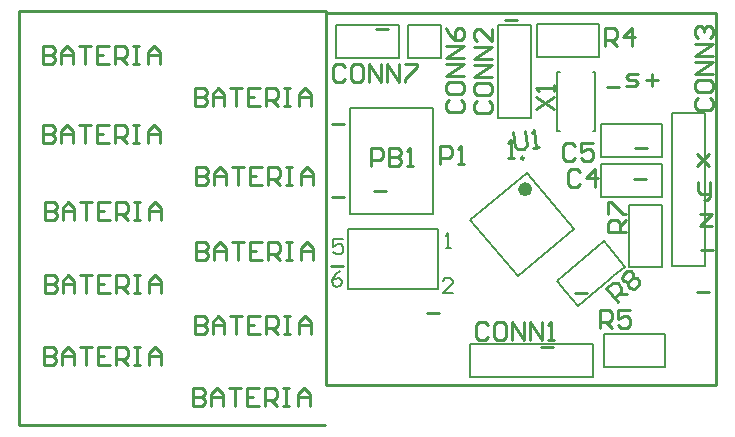
<source format=gto>
G04 Layer_Color=65535*
%FSLAX24Y24*%
%MOIN*%
G70*
G01*
G75*
%ADD16C,0.0100*%
%ADD29C,0.0098*%
%ADD30C,0.0236*%
%ADD31C,0.0079*%
%ADD32C,0.0080*%
D16*
X-8266Y-1340D02*
X-24D01*
X-10234Y-1347D02*
X-24D01*
X12992Y0D02*
Y12402D01*
X10041Y0D02*
X12955D01*
X2Y12402D02*
X12984D01*
X-10234Y-1340D02*
Y12440D01*
X0D01*
Y0D02*
X10041D01*
X0D02*
Y12417D01*
X12450Y5700D02*
X12850D01*
X12450Y5300D01*
X12850D01*
X12400Y6750D02*
Y6450D01*
X12500Y6350D01*
X12800D01*
Y6250D01*
X12700Y6150D01*
X12600D01*
X12800Y6350D02*
Y6750D01*
X12350Y7700D02*
X12750Y7300D01*
X12550Y7500D01*
X12750Y7700D01*
X12350Y7300D01*
X6050Y7550D02*
X6250D01*
X6150D01*
Y8150D01*
X6050Y8050D01*
X200Y6250D02*
X600D01*
X12500Y4500D02*
X12900D01*
X12350Y3100D02*
X12750D01*
X7150Y1250D02*
X7550D01*
X9350Y9930D02*
X9750D01*
X10650Y10150D02*
X11050D01*
X10850Y10350D02*
Y9950D01*
X10000Y9950D02*
X10300D01*
X10400Y10050D01*
X10300Y10150D01*
X10100D01*
X10000Y10250D01*
X10100Y10350D01*
X10400D01*
X10650Y6850D02*
X10250D01*
X10700Y7900D02*
X10300D01*
X6350Y12150D02*
X5950D01*
X2050Y11850D02*
X1650D01*
X600Y8700D02*
X200D01*
X2000Y6450D02*
X1600D01*
X550Y3950D02*
X150D01*
X3750Y2400D02*
X3350D01*
X8700Y3050D02*
X8300D01*
X5034Y9450D02*
X4934Y9350D01*
Y9150D01*
X5034Y9050D01*
X5434D01*
X5534Y9150D01*
Y9350D01*
X5434Y9450D01*
X4934Y9950D02*
Y9750D01*
X5034Y9650D01*
X5434D01*
X5534Y9750D01*
Y9950D01*
X5434Y10050D01*
X5034D01*
X4934Y9950D01*
X5534Y10250D02*
X4934D01*
X5534Y10649D01*
X4934D01*
X5534Y10849D02*
X4934D01*
X5534Y11249D01*
X4934D01*
X5534Y11849D02*
Y11449D01*
X5134Y11849D01*
X5034D01*
X4934Y11749D01*
Y11549D01*
X5034Y11449D01*
X634Y10600D02*
X534Y10700D01*
X334D01*
X234Y10600D01*
Y10200D01*
X334Y10100D01*
X534D01*
X634Y10200D01*
X1134Y10700D02*
X934D01*
X834Y10600D01*
Y10200D01*
X934Y10100D01*
X1134D01*
X1234Y10200D01*
Y10600D01*
X1134Y10700D01*
X1434Y10100D02*
Y10700D01*
X1834Y10100D01*
Y10700D01*
X2034Y10100D02*
Y10700D01*
X2434Y10100D01*
Y10700D01*
X2633D02*
X3033D01*
Y10600D01*
X2633Y10200D01*
Y10100D01*
X4084Y9500D02*
X3984Y9400D01*
Y9200D01*
X4084Y9100D01*
X4484D01*
X4584Y9200D01*
Y9400D01*
X4484Y9500D01*
X3984Y10000D02*
Y9800D01*
X4084Y9700D01*
X4484D01*
X4584Y9800D01*
Y10000D01*
X4484Y10100D01*
X4084D01*
X3984Y10000D01*
X4584Y10300D02*
X3984D01*
X4584Y10699D01*
X3984D01*
X4584Y10899D02*
X3984D01*
X4584Y11299D01*
X3984D01*
Y11899D02*
X4084Y11699D01*
X4284Y11499D01*
X4484D01*
X4584Y11599D01*
Y11799D01*
X4484Y11899D01*
X4384D01*
X4284Y11799D01*
Y11499D01*
X9134Y1900D02*
Y2500D01*
X9434D01*
X9534Y2400D01*
Y2200D01*
X9434Y2100D01*
X9134D01*
X9334D02*
X9534Y1900D01*
X10134Y2500D02*
X9734D01*
Y2200D01*
X9934Y2300D01*
X10034D01*
X10134Y2200D01*
Y2000D01*
X10034Y1900D01*
X9834D01*
X9734Y2000D01*
X7000Y9200D02*
X7600Y9600D01*
X7000D02*
X7600Y9200D01*
Y9800D02*
Y10000D01*
Y9900D01*
X7000D01*
X7100Y9800D01*
X1484Y7300D02*
Y7900D01*
X1784D01*
X1884Y7800D01*
Y7600D01*
X1784Y7500D01*
X1484D01*
X2084Y7900D02*
Y7300D01*
X2384D01*
X2484Y7400D01*
Y7500D01*
X2384Y7600D01*
X2084D01*
X2384D01*
X2484Y7700D01*
Y7800D01*
X2384Y7900D01*
X2084D01*
X2684Y7300D02*
X2884D01*
X2784D01*
Y7900D01*
X2684Y7800D01*
X3784Y7350D02*
Y7950D01*
X4084D01*
X4184Y7850D01*
Y7650D01*
X4084Y7550D01*
X3784D01*
X4384Y7350D02*
X4584D01*
X4484D01*
Y7950D01*
X4384Y7850D01*
X8284Y7950D02*
X8184Y8050D01*
X7984D01*
X7884Y7950D01*
Y7550D01*
X7984Y7450D01*
X8184D01*
X8284Y7550D01*
X8884Y8050D02*
X8484D01*
Y7750D01*
X8684Y7850D01*
X8784D01*
X8884Y7750D01*
Y7550D01*
X8784Y7450D01*
X8584D01*
X8484Y7550D01*
X8450Y7100D02*
X8350Y7200D01*
X8150D01*
X8050Y7100D01*
Y6700D01*
X8150Y6600D01*
X8350D01*
X8450Y6700D01*
X8950Y6600D02*
Y7200D01*
X8650Y6900D01*
X9050D01*
X5400Y2000D02*
X5300Y2100D01*
X5100D01*
X5000Y2000D01*
Y1600D01*
X5100Y1500D01*
X5300D01*
X5400Y1600D01*
X5900Y2100D02*
X5700D01*
X5600Y2000D01*
Y1600D01*
X5700Y1500D01*
X5900D01*
X6000Y1600D01*
Y2000D01*
X5900Y2100D01*
X6200Y1500D02*
Y2100D01*
X6599Y1500D01*
Y2100D01*
X6799Y1500D02*
Y2100D01*
X7199Y1500D01*
Y2100D01*
X7399Y1500D02*
X7599D01*
X7499D01*
Y2100D01*
X7399Y2000D01*
X6248Y8436D02*
X6291Y7938D01*
X6400Y7847D01*
X6599Y7865D01*
X6690Y7973D01*
X6646Y8471D01*
X6898Y7891D02*
X7097Y7908D01*
X6997Y7900D01*
X6945Y8497D01*
X6854Y8389D01*
X9300Y11300D02*
Y11900D01*
X9600D01*
X9700Y11800D01*
Y11600D01*
X9600Y11500D01*
X9300D01*
X9500D02*
X9700Y11300D01*
X10200D02*
Y11900D01*
X9900Y11600D01*
X10300D01*
X12400Y9550D02*
X12300Y9450D01*
Y9250D01*
X12400Y9150D01*
X12800D01*
X12900Y9250D01*
Y9450D01*
X12800Y9550D01*
X12300Y10050D02*
Y9850D01*
X12400Y9750D01*
X12800D01*
X12900Y9850D01*
Y10050D01*
X12800Y10150D01*
X12400D01*
X12300Y10050D01*
X12900Y10350D02*
X12300D01*
X12900Y10749D01*
X12300D01*
X12900Y10949D02*
X12300D01*
X12900Y11349D01*
X12300D01*
X12400Y11549D02*
X12300Y11649D01*
Y11849D01*
X12400Y11949D01*
X12500D01*
X12600Y11849D01*
Y11749D01*
Y11849D01*
X12700Y11949D01*
X12800D01*
X12900Y11849D01*
Y11649D01*
X12800Y11549D01*
X9984Y5100D02*
X9384D01*
Y5400D01*
X9484Y5500D01*
X9684D01*
X9784Y5400D01*
Y5100D01*
Y5300D02*
X9984Y5500D01*
X9384Y5700D02*
Y6100D01*
X9484D01*
X9884Y5700D01*
X9984D01*
X9734Y2750D02*
X9349Y3209D01*
X9578Y3402D01*
X9719Y3390D01*
X9848Y3237D01*
X9835Y3096D01*
X9606Y2903D01*
X9759Y3032D02*
X10041Y3007D01*
X9872Y3518D02*
X9885Y3659D01*
X10038Y3788D01*
X10179Y3775D01*
X10243Y3699D01*
X10231Y3558D01*
X10372Y3546D01*
X10436Y3469D01*
X10423Y3328D01*
X10270Y3200D01*
X10129Y3212D01*
X10065Y3289D01*
X10078Y3430D01*
X9937Y3442D01*
X9872Y3518D01*
X10078Y3430D02*
X10231Y3558D01*
X-9434Y11300D02*
Y10700D01*
X-9134D01*
X-9034Y10800D01*
Y10900D01*
X-9134Y11000D01*
X-9434D01*
X-9134D01*
X-9034Y11100D01*
Y11200D01*
X-9134Y11300D01*
X-9434D01*
X-8834Y10700D02*
Y11100D01*
X-8635Y11300D01*
X-8435Y11100D01*
Y10700D01*
Y11000D01*
X-8834D01*
X-8235Y11300D02*
X-7835D01*
X-8035D01*
Y10700D01*
X-7235Y11300D02*
X-7635D01*
Y10700D01*
X-7235D01*
X-7635Y11000D02*
X-7435D01*
X-7035Y10700D02*
Y11300D01*
X-6735D01*
X-6635Y11200D01*
Y11000D01*
X-6735Y10900D01*
X-7035D01*
X-6835D02*
X-6635Y10700D01*
X-6435Y11300D02*
X-6235D01*
X-6335D01*
Y10700D01*
X-6435D01*
X-6235D01*
X-5935D02*
Y11100D01*
X-5735Y11300D01*
X-5536Y11100D01*
Y10700D01*
Y11000D01*
X-5935D01*
X-9434Y8650D02*
Y8050D01*
X-9134D01*
X-9034Y8150D01*
Y8250D01*
X-9134Y8350D01*
X-9434D01*
X-9134D01*
X-9034Y8450D01*
Y8550D01*
X-9134Y8650D01*
X-9434D01*
X-8834Y8050D02*
Y8450D01*
X-8635Y8650D01*
X-8435Y8450D01*
Y8050D01*
Y8350D01*
X-8834D01*
X-8235Y8650D02*
X-7835D01*
X-8035D01*
Y8050D01*
X-7235Y8650D02*
X-7635D01*
Y8050D01*
X-7235D01*
X-7635Y8350D02*
X-7435D01*
X-7035Y8050D02*
Y8650D01*
X-6735D01*
X-6635Y8550D01*
Y8350D01*
X-6735Y8250D01*
X-7035D01*
X-6835D02*
X-6635Y8050D01*
X-6435Y8650D02*
X-6235D01*
X-6335D01*
Y8050D01*
X-6435D01*
X-6235D01*
X-5935D02*
Y8450D01*
X-5735Y8650D01*
X-5536Y8450D01*
Y8050D01*
Y8350D01*
X-5935D01*
X-9384Y6100D02*
Y5500D01*
X-9084D01*
X-8984Y5600D01*
Y5700D01*
X-9084Y5800D01*
X-9384D01*
X-9084D01*
X-8984Y5900D01*
Y6000D01*
X-9084Y6100D01*
X-9384D01*
X-8784Y5500D02*
Y5900D01*
X-8585Y6100D01*
X-8385Y5900D01*
Y5500D01*
Y5800D01*
X-8784D01*
X-8185Y6100D02*
X-7785D01*
X-7985D01*
Y5500D01*
X-7185Y6100D02*
X-7585D01*
Y5500D01*
X-7185D01*
X-7585Y5800D02*
X-7385D01*
X-6985Y5500D02*
Y6100D01*
X-6685D01*
X-6585Y6000D01*
Y5800D01*
X-6685Y5700D01*
X-6985D01*
X-6785D02*
X-6585Y5500D01*
X-6385Y6100D02*
X-6185D01*
X-6285D01*
Y5500D01*
X-6385D01*
X-6185D01*
X-5885D02*
Y5900D01*
X-5685Y6100D01*
X-5486Y5900D01*
Y5500D01*
Y5800D01*
X-5885D01*
X-9384Y3650D02*
Y3050D01*
X-9084D01*
X-8984Y3150D01*
Y3250D01*
X-9084Y3350D01*
X-9384D01*
X-9084D01*
X-8984Y3450D01*
Y3550D01*
X-9084Y3650D01*
X-9384D01*
X-8784Y3050D02*
Y3450D01*
X-8585Y3650D01*
X-8385Y3450D01*
Y3050D01*
Y3350D01*
X-8784D01*
X-8185Y3650D02*
X-7785D01*
X-7985D01*
Y3050D01*
X-7185Y3650D02*
X-7585D01*
Y3050D01*
X-7185D01*
X-7585Y3350D02*
X-7385D01*
X-6985Y3050D02*
Y3650D01*
X-6685D01*
X-6585Y3550D01*
Y3350D01*
X-6685Y3250D01*
X-6985D01*
X-6785D02*
X-6585Y3050D01*
X-6385Y3650D02*
X-6185D01*
X-6285D01*
Y3050D01*
X-6385D01*
X-6185D01*
X-5885D02*
Y3450D01*
X-5685Y3650D01*
X-5486Y3450D01*
Y3050D01*
Y3350D01*
X-5885D01*
X-9416Y1250D02*
Y650D01*
X-9116D01*
X-9016Y750D01*
Y850D01*
X-9116Y950D01*
X-9416D01*
X-9116D01*
X-9016Y1050D01*
Y1150D01*
X-9116Y1250D01*
X-9416D01*
X-8816Y650D02*
Y1050D01*
X-8616Y1250D01*
X-8416Y1050D01*
Y650D01*
Y950D01*
X-8816D01*
X-8216Y1250D02*
X-7816D01*
X-8016D01*
Y650D01*
X-7216Y1250D02*
X-7616D01*
Y650D01*
X-7216D01*
X-7616Y950D02*
X-7416D01*
X-7017Y650D02*
Y1250D01*
X-6717D01*
X-6617Y1150D01*
Y950D01*
X-6717Y850D01*
X-7017D01*
X-6817D02*
X-6617Y650D01*
X-6417Y1250D02*
X-6217D01*
X-6317D01*
Y650D01*
X-6417D01*
X-6217D01*
X-5917D02*
Y1050D01*
X-5717Y1250D01*
X-5517Y1050D01*
Y650D01*
Y950D01*
X-5917D01*
X-4384Y9900D02*
Y9300D01*
X-4084D01*
X-3984Y9400D01*
Y9500D01*
X-4084Y9600D01*
X-4384D01*
X-4084D01*
X-3984Y9700D01*
Y9800D01*
X-4084Y9900D01*
X-4384D01*
X-3784Y9300D02*
Y9700D01*
X-3585Y9900D01*
X-3385Y9700D01*
Y9300D01*
Y9600D01*
X-3784D01*
X-3185Y9900D02*
X-2785D01*
X-2985D01*
Y9300D01*
X-2185Y9900D02*
X-2585D01*
Y9300D01*
X-2185D01*
X-2585Y9600D02*
X-2385D01*
X-1985Y9300D02*
Y9900D01*
X-1685D01*
X-1585Y9800D01*
Y9600D01*
X-1685Y9500D01*
X-1985D01*
X-1785D02*
X-1585Y9300D01*
X-1385Y9900D02*
X-1185D01*
X-1285D01*
Y9300D01*
X-1385D01*
X-1185D01*
X-885D02*
Y9700D01*
X-685Y9900D01*
X-486Y9700D01*
Y9300D01*
Y9600D01*
X-885D01*
X-4334Y7250D02*
Y6650D01*
X-4034D01*
X-3934Y6750D01*
Y6850D01*
X-4034Y6950D01*
X-4334D01*
X-4034D01*
X-3934Y7050D01*
Y7150D01*
X-4034Y7250D01*
X-4334D01*
X-3734Y6650D02*
Y7050D01*
X-3535Y7250D01*
X-3335Y7050D01*
Y6650D01*
Y6950D01*
X-3734D01*
X-3135Y7250D02*
X-2735D01*
X-2935D01*
Y6650D01*
X-2135Y7250D02*
X-2535D01*
Y6650D01*
X-2135D01*
X-2535Y6950D02*
X-2335D01*
X-1935Y6650D02*
Y7250D01*
X-1635D01*
X-1535Y7150D01*
Y6950D01*
X-1635Y6850D01*
X-1935D01*
X-1735D02*
X-1535Y6650D01*
X-1335Y7250D02*
X-1135D01*
X-1235D01*
Y6650D01*
X-1335D01*
X-1135D01*
X-835D02*
Y7050D01*
X-635Y7250D01*
X-436Y7050D01*
Y6650D01*
Y6950D01*
X-835D01*
X-4334Y4750D02*
Y4150D01*
X-4034D01*
X-3934Y4250D01*
Y4350D01*
X-4034Y4450D01*
X-4334D01*
X-4034D01*
X-3934Y4550D01*
Y4650D01*
X-4034Y4750D01*
X-4334D01*
X-3734Y4150D02*
Y4550D01*
X-3535Y4750D01*
X-3335Y4550D01*
Y4150D01*
Y4450D01*
X-3734D01*
X-3135Y4750D02*
X-2735D01*
X-2935D01*
Y4150D01*
X-2135Y4750D02*
X-2535D01*
Y4150D01*
X-2135D01*
X-2535Y4450D02*
X-2335D01*
X-1935Y4150D02*
Y4750D01*
X-1635D01*
X-1535Y4650D01*
Y4450D01*
X-1635Y4350D01*
X-1935D01*
X-1735D02*
X-1535Y4150D01*
X-1335Y4750D02*
X-1135D01*
X-1235D01*
Y4150D01*
X-1335D01*
X-1135D01*
X-835D02*
Y4550D01*
X-635Y4750D01*
X-436Y4550D01*
Y4150D01*
Y4450D01*
X-835D01*
X-4384Y2300D02*
Y1700D01*
X-4084D01*
X-3984Y1800D01*
Y1900D01*
X-4084Y2000D01*
X-4384D01*
X-4084D01*
X-3984Y2100D01*
Y2200D01*
X-4084Y2300D01*
X-4384D01*
X-3784Y1700D02*
Y2100D01*
X-3585Y2300D01*
X-3385Y2100D01*
Y1700D01*
Y2000D01*
X-3784D01*
X-3185Y2300D02*
X-2785D01*
X-2985D01*
Y1700D01*
X-2185Y2300D02*
X-2585D01*
Y1700D01*
X-2185D01*
X-2585Y2000D02*
X-2385D01*
X-1985Y1700D02*
Y2300D01*
X-1685D01*
X-1585Y2200D01*
Y2000D01*
X-1685Y1900D01*
X-1985D01*
X-1785D02*
X-1585Y1700D01*
X-1385Y2300D02*
X-1185D01*
X-1285D01*
Y1700D01*
X-1385D01*
X-1185D01*
X-885D02*
Y2100D01*
X-685Y2300D01*
X-486Y2100D01*
Y1700D01*
Y2000D01*
X-885D01*
X-4434Y-100D02*
Y-700D01*
X-4134D01*
X-4034Y-600D01*
Y-500D01*
X-4134Y-400D01*
X-4434D01*
X-4134D01*
X-4034Y-300D01*
Y-200D01*
X-4134Y-100D01*
X-4434D01*
X-3834Y-700D02*
Y-300D01*
X-3635Y-100D01*
X-3435Y-300D01*
Y-700D01*
Y-400D01*
X-3834D01*
X-3235Y-100D02*
X-2835D01*
X-3035D01*
Y-700D01*
X-2235Y-100D02*
X-2635D01*
Y-700D01*
X-2235D01*
X-2635Y-400D02*
X-2435D01*
X-2035Y-700D02*
Y-100D01*
X-1735D01*
X-1635Y-200D01*
Y-400D01*
X-1735Y-500D01*
X-2035D01*
X-1835D02*
X-1635Y-700D01*
X-1435Y-100D02*
X-1235D01*
X-1335D01*
Y-700D01*
X-1435D01*
X-1235D01*
X-935D02*
Y-300D01*
X-735Y-100D01*
X-536Y-300D01*
Y-700D01*
Y-400D01*
X-935D01*
D29*
X6601Y7549D02*
G03*
X6601Y7549I-49J0D01*
G01*
D30*
X6754Y6515D02*
G03*
X6754Y6515I-118J0D01*
G01*
D31*
X5734Y8900D02*
Y12000D01*
X6834D01*
Y8900D02*
Y12000D01*
X5734Y8900D02*
X6834D01*
X806Y9222D02*
X3562D01*
X806Y5678D02*
Y9222D01*
Y5678D02*
X3562Y5678D01*
Y9222D01*
X734Y3200D02*
Y5200D01*
X3734Y3200D02*
Y5200D01*
X734Y3200D02*
X3734D01*
X734Y5200D02*
X3734D01*
X734D02*
X2651D01*
X12634Y3950D02*
Y9050D01*
X11534Y3950D02*
X12634D01*
X11534D02*
Y9050D01*
X12634D01*
X9460Y3506D02*
X9581Y3607D01*
X9973Y3936D01*
X8404Y2620D02*
X9038Y3151D01*
X7696Y3464D02*
X8000Y3102D01*
X7696Y3464D02*
X9264Y4780D01*
X9973Y3936D01*
X9038Y3151D02*
X9460Y3506D01*
X8000Y3102D02*
X8404Y2620D01*
X10083Y4438D02*
Y4596D01*
Y4438D02*
X10083Y3926D01*
X10083Y5974D02*
X10083Y5147D01*
X10713Y5974D02*
X11185D01*
Y3926D02*
Y5974D01*
X10083Y3926D02*
X11185D01*
X10083Y4596D02*
X10083Y5147D01*
X10083Y5974D02*
X10713D01*
X9672Y8701D02*
X9830D01*
X9161D02*
X9672D01*
X10381Y8701D02*
X11208Y8701D01*
Y8071D02*
X11208Y7599D01*
X9161D02*
X11208D01*
X9161D02*
Y8701D01*
X9830D02*
X10381Y8701D01*
X11208Y8071D02*
Y8701D01*
X8885Y10434D02*
X8964D01*
Y8466D02*
Y10434D01*
X8885Y8466D02*
X8964Y8466D01*
X7704Y10434D02*
X7783Y10434D01*
X7704Y10434D02*
X7704Y8466D01*
X7783D01*
X9672Y7351D02*
X9830D01*
X9161D02*
X9672D01*
X10381D02*
X11208D01*
X11208Y6249D02*
Y6721D01*
X9161Y6249D02*
X11208Y6249D01*
X9161Y6249D02*
X9161Y7351D01*
X9830D02*
X10381D01*
X11208Y6721D02*
X11208Y7351D01*
X9090Y11388D02*
Y12018D01*
X7712D02*
X8263D01*
X7043Y10915D02*
Y12018D01*
Y10915D02*
X9090D01*
Y11388D01*
X8263Y12018D02*
X9090D01*
X7043D02*
X7554D01*
X7712D01*
X4800Y1350D02*
X8900D01*
Y250D02*
Y1350D01*
X4800Y250D02*
X8900D01*
X4800D02*
Y1350D01*
X9261Y599D02*
Y1229D01*
X10087Y599D02*
X10639D01*
X11308D02*
Y1701D01*
X9261D02*
X11308D01*
X9261Y1229D02*
Y1701D01*
Y599D02*
X10087D01*
X10796D02*
X11308D01*
X10639D02*
X10796D01*
X334Y10900D02*
Y12000D01*
Y10900D02*
X2434D01*
Y12000D01*
X334D02*
X2434D01*
X6685Y7069D02*
X8254Y5200D01*
X4815Y5500D02*
X6685Y7069D01*
X6384Y3631D02*
X8254Y5200D01*
X4815Y5500D02*
X6384Y3631D01*
X2734Y10900D02*
X3834D01*
Y12000D01*
X2734D02*
X3834D01*
X2734Y10900D02*
Y12000D01*
D32*
X476Y3800D02*
X326Y3689D01*
X191Y3496D01*
X220Y3332D01*
X316Y3264D01*
X480Y3293D01*
X548Y3390D01*
X533Y3472D01*
X437Y3540D01*
X191Y3496D01*
X567Y4850D02*
X234D01*
Y4600D01*
X401Y4683D01*
X484D01*
X567Y4600D01*
Y4433D01*
X484Y4350D01*
X318D01*
X234Y4433D01*
X4217Y3050D02*
X3884D01*
X4217Y3383D01*
Y3467D01*
X4134Y3550D01*
X3968D01*
X3884Y3467D01*
X3984Y4550D02*
X4151D01*
X4068D01*
Y5050D01*
X3984Y4967D01*
M02*

</source>
